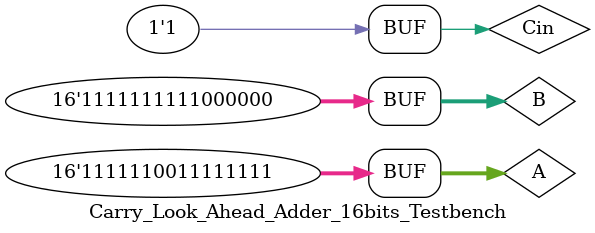
<source format=v>
`timescale 1ns / 1ps


module Carry_Look_Ahead_Adder_16bits_Testbench;

	// Inputs
	reg [15:0] A;
	reg [15:0] B;
	reg Cin;

	// Outputs
	wire [15:0] S;
	wire Cout;
	wire PG;
	wire GG;

	// Instantiate the Unit Under Test (UUT)
	Carry_Look_Ahead_Adder_16bits uut (
		.A(A), 
		.B(B), 
		.Cin(Cin), 
		.S(S), 
		.Cout(Cout), 
		.PG(PG), 
		.GG(GG)
	);

	initial begin
		// Initialize Inputs
		A = 16'b1111110011111111;
		B = 16'b1111111111000000;
		Cin = 1;

		// Wait 100 ns for global reset to finish
		#100;
        
		// Add stimulus here

	end
      
endmodule


</source>
